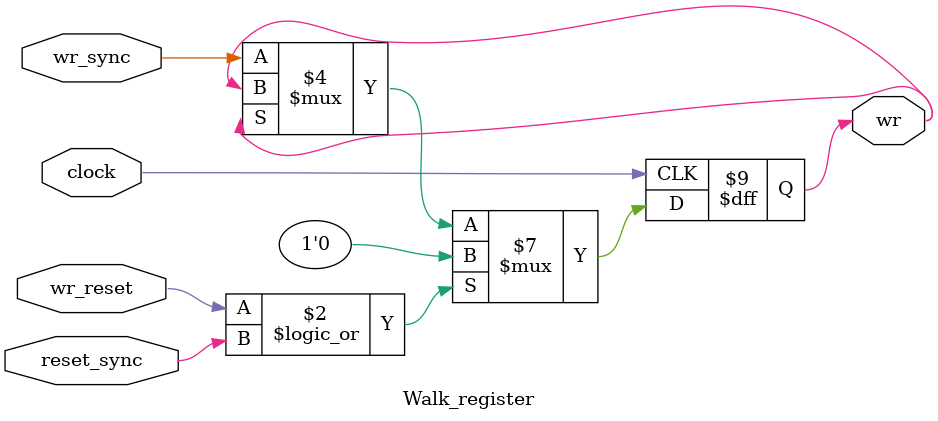
<source format=v>
`timescale 1ns / 1ps
module Walk_register(clock, reset_sync, wr_sync, wr_reset, wr);
	input clock;
	input reset_sync;
	input wr_sync;
	input wr_reset;
	output wr;
	reg wr;
	
	always @(posedge clock)
	begin
		if(wr_reset || reset_sync)
				wr <= 0;		
		else
				if(wr)
					wr <= wr;			
				else
					wr <= wr_sync;			
	end
endmodule

</source>
